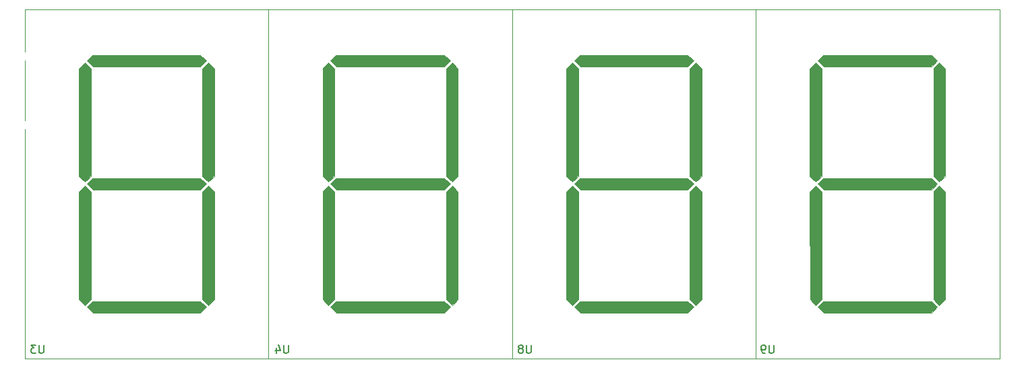
<source format=gbr>
%TF.GenerationSoftware,KiCad,Pcbnew,(6.0.9)*%
%TF.CreationDate,2022-12-19T16:18:23-05:00*%
%TF.ProjectId,Digital Clock PCB,44696769-7461-46c2-9043-6c6f636b2050,rev?*%
%TF.SameCoordinates,Original*%
%TF.FileFunction,Legend,Bot*%
%TF.FilePolarity,Positive*%
%FSLAX46Y46*%
G04 Gerber Fmt 4.6, Leading zero omitted, Abs format (unit mm)*
G04 Created by KiCad (PCBNEW (6.0.9)) date 2022-12-19 16:18:23*
%MOMM*%
%LPD*%
G01*
G04 APERTURE LIST*
%ADD10C,0.150000*%
%ADD11C,0.120000*%
%ADD12R,0.500000X0.900000*%
%ADD13C,0.650000*%
%ADD14O,2.100000X1.000000*%
%ADD15O,1.600000X1.000000*%
%ADD16C,1.500000*%
G04 APERTURE END LIST*
D10*
%TO.C,U4*%
X55879904Y-58380380D02*
X55879904Y-59189904D01*
X55832285Y-59285142D01*
X55784666Y-59332761D01*
X55689428Y-59380380D01*
X55498952Y-59380380D01*
X55403714Y-59332761D01*
X55356095Y-59285142D01*
X55308476Y-59189904D01*
X55308476Y-58380380D01*
X54403714Y-58713714D02*
X54403714Y-59380380D01*
X54641809Y-58332761D02*
X54879904Y-59047047D01*
X54260857Y-59047047D01*
%TO.C,U9*%
X116839904Y-58380380D02*
X116839904Y-59189904D01*
X116792285Y-59285142D01*
X116744666Y-59332761D01*
X116649428Y-59380380D01*
X116458952Y-59380380D01*
X116363714Y-59332761D01*
X116316095Y-59285142D01*
X116268476Y-59189904D01*
X116268476Y-58380380D01*
X115744666Y-59380380D02*
X115554190Y-59380380D01*
X115458952Y-59332761D01*
X115411333Y-59285142D01*
X115316095Y-59142285D01*
X115268476Y-58951809D01*
X115268476Y-58570857D01*
X115316095Y-58475619D01*
X115363714Y-58428000D01*
X115458952Y-58380380D01*
X115649428Y-58380380D01*
X115744666Y-58428000D01*
X115792285Y-58475619D01*
X115839904Y-58570857D01*
X115839904Y-58808952D01*
X115792285Y-58904190D01*
X115744666Y-58951809D01*
X115649428Y-58999428D01*
X115458952Y-58999428D01*
X115363714Y-58951809D01*
X115316095Y-58904190D01*
X115268476Y-58808952D01*
%TO.C,U8*%
X86359904Y-58380380D02*
X86359904Y-59189904D01*
X86312285Y-59285142D01*
X86264666Y-59332761D01*
X86169428Y-59380380D01*
X85978952Y-59380380D01*
X85883714Y-59332761D01*
X85836095Y-59285142D01*
X85788476Y-59189904D01*
X85788476Y-58380380D01*
X85169428Y-58808952D02*
X85264666Y-58761333D01*
X85312285Y-58713714D01*
X85359904Y-58618476D01*
X85359904Y-58570857D01*
X85312285Y-58475619D01*
X85264666Y-58428000D01*
X85169428Y-58380380D01*
X84978952Y-58380380D01*
X84883714Y-58428000D01*
X84836095Y-58475619D01*
X84788476Y-58570857D01*
X84788476Y-58618476D01*
X84836095Y-58713714D01*
X84883714Y-58761333D01*
X84978952Y-58808952D01*
X85169428Y-58808952D01*
X85264666Y-58856571D01*
X85312285Y-58904190D01*
X85359904Y-58999428D01*
X85359904Y-59189904D01*
X85312285Y-59285142D01*
X85264666Y-59332761D01*
X85169428Y-59380380D01*
X84978952Y-59380380D01*
X84883714Y-59332761D01*
X84836095Y-59285142D01*
X84788476Y-59189904D01*
X84788476Y-58999428D01*
X84836095Y-58904190D01*
X84883714Y-58856571D01*
X84978952Y-58808952D01*
%TO.C,U3*%
X25145904Y-58380380D02*
X25145904Y-59189904D01*
X25098285Y-59285142D01*
X25050666Y-59332761D01*
X24955428Y-59380380D01*
X24764952Y-59380380D01*
X24669714Y-59332761D01*
X24622095Y-59285142D01*
X24574476Y-59189904D01*
X24574476Y-58380380D01*
X24193523Y-58380380D02*
X23574476Y-58380380D01*
X23907809Y-58761333D01*
X23764952Y-58761333D01*
X23669714Y-58808952D01*
X23622095Y-58856571D01*
X23574476Y-58951809D01*
X23574476Y-59189904D01*
X23622095Y-59285142D01*
X23669714Y-59332761D01*
X23764952Y-59380380D01*
X24050666Y-59380380D01*
X24145904Y-59332761D01*
X24193523Y-59285142D01*
D11*
%TO.C,U4*%
X84000000Y-16100000D02*
X53400000Y-16100000D01*
X84000000Y-60100000D02*
X53400000Y-60100000D01*
X53400000Y-60100000D02*
X53400000Y-16100000D01*
X84000000Y-16100000D02*
X84000000Y-60100000D01*
G36*
X76200000Y-53592798D02*
G01*
X75450000Y-54342798D01*
X61950000Y-54342798D01*
X61200000Y-53592798D01*
X61950000Y-52847599D01*
X75450000Y-52842798D01*
X76200000Y-53592798D01*
G37*
X76200000Y-53592798D02*
X75450000Y-54342798D01*
X61950000Y-54342798D01*
X61200000Y-53592798D01*
X61950000Y-52847599D01*
X75450000Y-52842798D01*
X76200000Y-53592798D01*
G36*
X77200000Y-39097599D02*
G01*
X77200000Y-52597599D01*
X76450000Y-53347599D01*
X75704801Y-52597599D01*
X75700000Y-39097599D01*
X76450000Y-38347599D01*
X77200000Y-39097599D01*
G37*
X77200000Y-39097599D02*
X77200000Y-52597599D01*
X76450000Y-53347599D01*
X75704801Y-52597599D01*
X75700000Y-39097599D01*
X76450000Y-38347599D01*
X77200000Y-39097599D01*
G36*
X76200000Y-22602400D02*
G01*
X75450000Y-23347599D01*
X61950000Y-23352400D01*
X61200000Y-22602400D01*
X61950000Y-21852400D01*
X75450000Y-21852400D01*
X76200000Y-22602400D01*
G37*
X76200000Y-22602400D02*
X75450000Y-23347599D01*
X61950000Y-23352400D01*
X61200000Y-22602400D01*
X61950000Y-21852400D01*
X75450000Y-21852400D01*
X76200000Y-22602400D01*
G36*
X76199734Y-38100000D02*
G01*
X75449734Y-38845199D01*
X61949734Y-38850000D01*
X61199734Y-38100000D01*
X61949734Y-37350000D01*
X75449734Y-37350000D01*
X76199734Y-38100000D01*
G37*
X76199734Y-38100000D02*
X75449734Y-38845199D01*
X61949734Y-38850000D01*
X61199734Y-38100000D01*
X61949734Y-37350000D01*
X75449734Y-37350000D01*
X76199734Y-38100000D01*
G36*
X77195199Y-23597599D02*
G01*
X77200000Y-37097599D01*
X76450000Y-37847599D01*
X75700000Y-37097599D01*
X75700000Y-23597599D01*
X76450000Y-22847599D01*
X77195199Y-23597599D01*
G37*
X77195199Y-23597599D02*
X77200000Y-37097599D01*
X76450000Y-37847599D01*
X75700000Y-37097599D01*
X75700000Y-23597599D01*
X76450000Y-22847599D01*
X77195199Y-23597599D01*
G36*
X61695199Y-23597599D02*
G01*
X61700000Y-37097599D01*
X60950000Y-37847599D01*
X60200000Y-37097599D01*
X60200000Y-23597599D01*
X60950000Y-22847599D01*
X61695199Y-23597599D01*
G37*
X61695199Y-23597599D02*
X61700000Y-37097599D01*
X60950000Y-37847599D01*
X60200000Y-37097599D01*
X60200000Y-23597599D01*
X60950000Y-22847599D01*
X61695199Y-23597599D01*
G36*
X61700000Y-39097599D02*
G01*
X61700000Y-52597599D01*
X60950000Y-53347599D01*
X60204801Y-52597599D01*
X60200000Y-39097599D01*
X60950000Y-38347599D01*
X61700000Y-39097599D01*
G37*
X61700000Y-39097599D02*
X61700000Y-52597599D01*
X60950000Y-53347599D01*
X60204801Y-52597599D01*
X60200000Y-39097599D01*
X60950000Y-38347599D01*
X61700000Y-39097599D01*
%TO.C,U9*%
X145200000Y-60100000D02*
X114600000Y-60100000D01*
X114600000Y-60100000D02*
X114600000Y-16100000D01*
X145200000Y-16100000D02*
X145200000Y-60100000D01*
X145200000Y-16100000D02*
X114600000Y-16100000D01*
G36*
X122900000Y-39097599D02*
G01*
X122900000Y-52597599D01*
X122150000Y-53347599D01*
X121404801Y-52597599D01*
X121400000Y-39097599D01*
X122150000Y-38347599D01*
X122900000Y-39097599D01*
G37*
X122900000Y-39097599D02*
X122900000Y-52597599D01*
X122150000Y-53347599D01*
X121404801Y-52597599D01*
X121400000Y-39097599D01*
X122150000Y-38347599D01*
X122900000Y-39097599D01*
G36*
X137400000Y-53592798D02*
G01*
X136650000Y-54342798D01*
X123150000Y-54342798D01*
X122400000Y-53592798D01*
X123150000Y-52847599D01*
X136650000Y-52842798D01*
X137400000Y-53592798D01*
G37*
X137400000Y-53592798D02*
X136650000Y-54342798D01*
X123150000Y-54342798D01*
X122400000Y-53592798D01*
X123150000Y-52847599D01*
X136650000Y-52842798D01*
X137400000Y-53592798D01*
G36*
X122895199Y-23597599D02*
G01*
X122900000Y-37097599D01*
X122150000Y-37847599D01*
X121400000Y-37097599D01*
X121400000Y-23597599D01*
X122150000Y-22847599D01*
X122895199Y-23597599D01*
G37*
X122895199Y-23597599D02*
X122900000Y-37097599D01*
X122150000Y-37847599D01*
X121400000Y-37097599D01*
X121400000Y-23597599D01*
X122150000Y-22847599D01*
X122895199Y-23597599D01*
G36*
X138400000Y-39097599D02*
G01*
X138400000Y-52597599D01*
X137650000Y-53347599D01*
X136904801Y-52597599D01*
X136900000Y-39097599D01*
X137650000Y-38347599D01*
X138400000Y-39097599D01*
G37*
X138400000Y-39097599D02*
X138400000Y-52597599D01*
X137650000Y-53347599D01*
X136904801Y-52597599D01*
X136900000Y-39097599D01*
X137650000Y-38347599D01*
X138400000Y-39097599D01*
G36*
X137400000Y-22602400D02*
G01*
X136650000Y-23347599D01*
X123150000Y-23352400D01*
X122400000Y-22602400D01*
X123150000Y-21852400D01*
X136650000Y-21852400D01*
X137400000Y-22602400D01*
G37*
X137400000Y-22602400D02*
X136650000Y-23347599D01*
X123150000Y-23352400D01*
X122400000Y-22602400D01*
X123150000Y-21852400D01*
X136650000Y-21852400D01*
X137400000Y-22602400D01*
G36*
X138395199Y-23597599D02*
G01*
X138400000Y-37097599D01*
X137650000Y-37847599D01*
X136900000Y-37097599D01*
X136900000Y-23597599D01*
X137650000Y-22847599D01*
X138395199Y-23597599D01*
G37*
X138395199Y-23597599D02*
X138400000Y-37097599D01*
X137650000Y-37847599D01*
X136900000Y-37097599D01*
X136900000Y-23597599D01*
X137650000Y-22847599D01*
X138395199Y-23597599D01*
G36*
X137399734Y-38100000D02*
G01*
X136649734Y-38845199D01*
X123149734Y-38850000D01*
X122399734Y-38100000D01*
X123149734Y-37350000D01*
X136649734Y-37350000D01*
X137399734Y-38100000D01*
G37*
X137399734Y-38100000D02*
X136649734Y-38845199D01*
X123149734Y-38850000D01*
X122399734Y-38100000D01*
X123149734Y-37350000D01*
X136649734Y-37350000D01*
X137399734Y-38100000D01*
%TO.C,U8*%
X114600000Y-16100000D02*
X84000000Y-16100000D01*
X84000000Y-60100000D02*
X84000000Y-16100000D01*
X114600000Y-16100000D02*
X114600000Y-60100000D01*
X114600000Y-60100000D02*
X84000000Y-60100000D01*
G36*
X106800000Y-53592798D02*
G01*
X106050000Y-54342798D01*
X92550000Y-54342798D01*
X91800000Y-53592798D01*
X92550000Y-52847599D01*
X106050000Y-52842798D01*
X106800000Y-53592798D01*
G37*
X106800000Y-53592798D02*
X106050000Y-54342798D01*
X92550000Y-54342798D01*
X91800000Y-53592798D01*
X92550000Y-52847599D01*
X106050000Y-52842798D01*
X106800000Y-53592798D01*
G36*
X106800000Y-22602400D02*
G01*
X106050000Y-23347599D01*
X92550000Y-23352400D01*
X91800000Y-22602400D01*
X92550000Y-21852400D01*
X106050000Y-21852400D01*
X106800000Y-22602400D01*
G37*
X106800000Y-22602400D02*
X106050000Y-23347599D01*
X92550000Y-23352400D01*
X91800000Y-22602400D01*
X92550000Y-21852400D01*
X106050000Y-21852400D01*
X106800000Y-22602400D01*
G36*
X107800000Y-39097599D02*
G01*
X107800000Y-52597599D01*
X107050000Y-53347599D01*
X106304801Y-52597599D01*
X106300000Y-39097599D01*
X107050000Y-38347599D01*
X107800000Y-39097599D01*
G37*
X107800000Y-39097599D02*
X107800000Y-52597599D01*
X107050000Y-53347599D01*
X106304801Y-52597599D01*
X106300000Y-39097599D01*
X107050000Y-38347599D01*
X107800000Y-39097599D01*
G36*
X106799734Y-38100000D02*
G01*
X106049734Y-38845199D01*
X92549734Y-38850000D01*
X91799734Y-38100000D01*
X92549734Y-37350000D01*
X106049734Y-37350000D01*
X106799734Y-38100000D01*
G37*
X106799734Y-38100000D02*
X106049734Y-38845199D01*
X92549734Y-38850000D01*
X91799734Y-38100000D01*
X92549734Y-37350000D01*
X106049734Y-37350000D01*
X106799734Y-38100000D01*
G36*
X92295199Y-23597599D02*
G01*
X92300000Y-37097599D01*
X91550000Y-37847599D01*
X90800000Y-37097599D01*
X90800000Y-23597599D01*
X91550000Y-22847599D01*
X92295199Y-23597599D01*
G37*
X92295199Y-23597599D02*
X92300000Y-37097599D01*
X91550000Y-37847599D01*
X90800000Y-37097599D01*
X90800000Y-23597599D01*
X91550000Y-22847599D01*
X92295199Y-23597599D01*
G36*
X92300000Y-39097599D02*
G01*
X92300000Y-52597599D01*
X91550000Y-53347599D01*
X90804801Y-52597599D01*
X90800000Y-39097599D01*
X91550000Y-38347599D01*
X92300000Y-39097599D01*
G37*
X92300000Y-39097599D02*
X92300000Y-52597599D01*
X91550000Y-53347599D01*
X90804801Y-52597599D01*
X90800000Y-39097599D01*
X91550000Y-38347599D01*
X92300000Y-39097599D01*
G36*
X107795199Y-23597599D02*
G01*
X107800000Y-37097599D01*
X107050000Y-37847599D01*
X106300000Y-37097599D01*
X106300000Y-23597599D01*
X107050000Y-22847599D01*
X107795199Y-23597599D01*
G37*
X107795199Y-23597599D02*
X107800000Y-37097599D01*
X107050000Y-37847599D01*
X106300000Y-37097599D01*
X106300000Y-23597599D01*
X107050000Y-22847599D01*
X107795199Y-23597599D01*
%TO.C,U3*%
X22800000Y-60100000D02*
X22800000Y-16100000D01*
X53400000Y-16100000D02*
X22800000Y-16100000D01*
X53400000Y-16100000D02*
X53400000Y-60100000D01*
X53400000Y-60100000D02*
X22800000Y-60100000D01*
G36*
X45600000Y-53595199D02*
G01*
X44850000Y-54345199D01*
X31350000Y-54345199D01*
X30600000Y-53595199D01*
X31350000Y-52850000D01*
X44850000Y-52845199D01*
X45600000Y-53595199D01*
G37*
X45600000Y-53595199D02*
X44850000Y-54345199D01*
X31350000Y-54345199D01*
X30600000Y-53595199D01*
X31350000Y-52850000D01*
X44850000Y-52845199D01*
X45600000Y-53595199D01*
G36*
X31095199Y-23600000D02*
G01*
X31100000Y-37100000D01*
X30350000Y-37850000D01*
X29600000Y-37100000D01*
X29600000Y-23600000D01*
X30350000Y-22850000D01*
X31095199Y-23600000D01*
G37*
X31095199Y-23600000D02*
X31100000Y-37100000D01*
X30350000Y-37850000D01*
X29600000Y-37100000D01*
X29600000Y-23600000D01*
X30350000Y-22850000D01*
X31095199Y-23600000D01*
G36*
X31100000Y-39100000D02*
G01*
X31100000Y-52600000D01*
X30350000Y-53350000D01*
X29604801Y-52600000D01*
X29600000Y-39100000D01*
X30350000Y-38350000D01*
X31100000Y-39100000D01*
G37*
X31100000Y-39100000D02*
X31100000Y-52600000D01*
X30350000Y-53350000D01*
X29604801Y-52600000D01*
X29600000Y-39100000D01*
X30350000Y-38350000D01*
X31100000Y-39100000D01*
G36*
X45600000Y-22604801D02*
G01*
X44850000Y-23350000D01*
X31350000Y-23354801D01*
X30600000Y-22604801D01*
X31350000Y-21854801D01*
X44850000Y-21854801D01*
X45600000Y-22604801D01*
G37*
X45600000Y-22604801D02*
X44850000Y-23350000D01*
X31350000Y-23354801D01*
X30600000Y-22604801D01*
X31350000Y-21854801D01*
X44850000Y-21854801D01*
X45600000Y-22604801D01*
G36*
X46600000Y-39100000D02*
G01*
X46600000Y-52600000D01*
X45850000Y-53350000D01*
X45104801Y-52600000D01*
X45100000Y-39100000D01*
X45850000Y-38350000D01*
X46600000Y-39100000D01*
G37*
X46600000Y-39100000D02*
X46600000Y-52600000D01*
X45850000Y-53350000D01*
X45104801Y-52600000D01*
X45100000Y-39100000D01*
X45850000Y-38350000D01*
X46600000Y-39100000D01*
G36*
X45599734Y-38102401D02*
G01*
X44849734Y-38847600D01*
X31349734Y-38852401D01*
X30599734Y-38102401D01*
X31349734Y-37352401D01*
X44849734Y-37352401D01*
X45599734Y-38102401D01*
G37*
X45599734Y-38102401D02*
X44849734Y-38847600D01*
X31349734Y-38852401D01*
X30599734Y-38102401D01*
X31349734Y-37352401D01*
X44849734Y-37352401D01*
X45599734Y-38102401D01*
G36*
X46595199Y-23600000D02*
G01*
X46600000Y-37100000D01*
X45850000Y-37850000D01*
X45100000Y-37100000D01*
X45100000Y-23600000D01*
X45850000Y-22850000D01*
X46595199Y-23600000D01*
G37*
X46595199Y-23600000D02*
X46600000Y-37100000D01*
X45850000Y-37850000D01*
X45100000Y-37100000D01*
X45100000Y-23600000D01*
X45850000Y-22850000D01*
X46595199Y-23600000D01*
%TD*%
%LPC*%
D12*
%TO.C,AE1*%
X140563600Y-43375000D03*
%TD*%
D13*
%TO.C,J1*%
X26704600Y-23500600D03*
X26704600Y-29280600D03*
D14*
X27234600Y-22070600D03*
X27234600Y-30710600D03*
D15*
X23054600Y-22070600D03*
X23054600Y-30710600D03*
%TD*%
D16*
%TO.C,U4*%
X73780000Y-58100000D03*
X71240000Y-58100000D03*
X68700000Y-58100000D03*
X66160000Y-58100000D03*
X63620000Y-58100000D03*
X63620000Y-18100000D03*
X66160000Y-18100000D03*
X68700000Y-18100000D03*
X71240000Y-18100000D03*
X73780000Y-18100000D03*
%TD*%
%TO.C,U9*%
X134980000Y-58100000D03*
X132440000Y-58100000D03*
X129900000Y-58100000D03*
X127360000Y-58100000D03*
X124820000Y-58100000D03*
X124820000Y-18100000D03*
X127360000Y-18100000D03*
X129900000Y-18100000D03*
X132440000Y-18100000D03*
X134980000Y-18100000D03*
%TD*%
%TO.C,U8*%
X104380000Y-58100000D03*
X101840000Y-58100000D03*
X99300000Y-58100000D03*
X96760000Y-58100000D03*
X94220000Y-58100000D03*
X94220000Y-18100000D03*
X96760000Y-18100000D03*
X99300000Y-18100000D03*
X101840000Y-18100000D03*
X104380000Y-18100000D03*
%TD*%
%TO.C,U3*%
X43180000Y-58100000D03*
X40640000Y-58100000D03*
X38100000Y-58100000D03*
X35560000Y-58100000D03*
X33020000Y-58100000D03*
X33020000Y-18100000D03*
X35560000Y-18100000D03*
X38100000Y-18100000D03*
X40640000Y-18100000D03*
X43180000Y-18100000D03*
%TD*%
M02*

</source>
